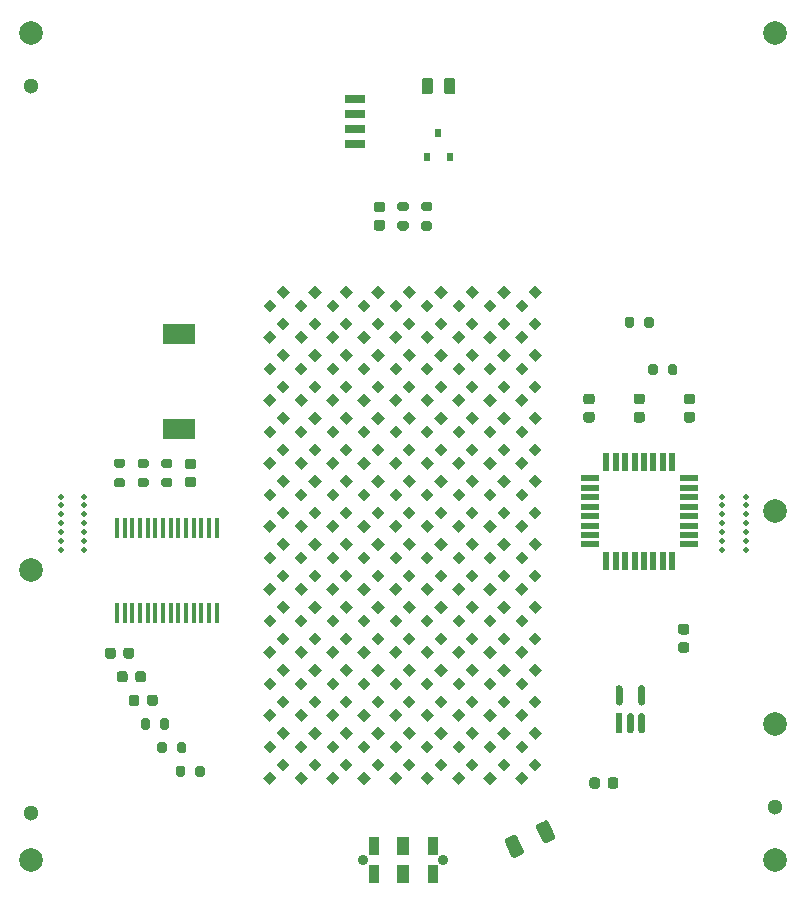
<source format=gbr>
G04 #@! TF.GenerationSoftware,KiCad,Pcbnew,(5.1.12-1-10_14)*
G04 #@! TF.CreationDate,2021-12-02T19:43:45-05:00*
G04 #@! TF.ProjectId,blinky,626c696e-6b79-42e6-9b69-6361645f7063,rev?*
G04 #@! TF.SameCoordinates,Original*
G04 #@! TF.FileFunction,Soldermask,Top*
G04 #@! TF.FilePolarity,Negative*
%FSLAX46Y46*%
G04 Gerber Fmt 4.6, Leading zero omitted, Abs format (unit mm)*
G04 Created by KiCad (PCBNEW (5.1.12-1-10_14)) date 2021-12-02 19:43:45*
%MOMM*%
%LPD*%
G01*
G04 APERTURE LIST*
%ADD10C,1.300000*%
%ADD11C,0.500000*%
%ADD12R,0.950000X1.550000*%
%ADD13R,1.000000X1.600000*%
%ADD14C,0.900000*%
%ADD15R,1.800000X0.800000*%
%ADD16C,0.100000*%
%ADD17R,1.500000X0.550000*%
%ADD18R,0.550000X1.500000*%
%ADD19C,2.000000*%
%ADD20R,0.450000X1.750000*%
%ADD21R,0.609807X1.755639*%
%ADD22R,2.692400X1.701800*%
%ADD23R,0.600000X0.700000*%
G04 APERTURE END LIST*
D10*
G04 #@! TO.C,H9*
X221500000Y-106000000D03*
G04 #@! TD*
G04 #@! TO.C,H8*
X158500000Y-106500000D03*
G04 #@! TD*
G04 #@! TO.C,H7*
X158500000Y-45000000D03*
G04 #@! TD*
D11*
G04 #@! TO.C,H6*
X219000000Y-79750000D03*
X219000000Y-83500000D03*
X219000000Y-83500000D03*
X219000000Y-81250000D03*
X219000000Y-82750000D03*
X219000000Y-82000000D03*
X219000000Y-80500000D03*
X219000000Y-84250000D03*
X217000000Y-84250000D03*
X217000000Y-80500000D03*
X217000000Y-82000000D03*
X217000000Y-82750000D03*
X217000000Y-81250000D03*
X217000000Y-83500000D03*
X217000000Y-83500000D03*
X217000000Y-79750000D03*
G04 #@! TD*
G04 #@! TO.C,H5*
X163000000Y-79750000D03*
X163000000Y-83500000D03*
X163000000Y-83500000D03*
X163000000Y-81250000D03*
X163000000Y-82750000D03*
X163000000Y-82000000D03*
X163000000Y-80500000D03*
X163000000Y-84250000D03*
X161000000Y-84250000D03*
X161000000Y-80500000D03*
X161000000Y-82000000D03*
X161000000Y-82750000D03*
X161000000Y-81250000D03*
X161000000Y-83500000D03*
X161000000Y-83500000D03*
X161000000Y-79750000D03*
G04 #@! TD*
D12*
G04 #@! TO.C,SW2*
X192500000Y-109300000D03*
D13*
X190000000Y-109300000D03*
D12*
X187500000Y-109300000D03*
X187500000Y-111700000D03*
D13*
X190000000Y-111700000D03*
D12*
X192500000Y-111700000D03*
D14*
X193400000Y-110500000D03*
X186600000Y-110500000D03*
G04 #@! TD*
D15*
G04 #@! TO.C,U3*
X185945900Y-46095000D03*
X185945900Y-47365000D03*
X185945900Y-48635000D03*
X185945900Y-49905000D03*
G04 #@! TD*
D16*
G04 #@! TO.C,D3.3*
G36*
X194705424Y-69475634D02*
G01*
X194139739Y-68909949D01*
X194705424Y-68344264D01*
X195271109Y-68909949D01*
X194705424Y-69475634D01*
G37*
G36*
X195870000Y-68329017D02*
G01*
X195304315Y-67763332D01*
X195870000Y-67197647D01*
X196435685Y-67763332D01*
X195870000Y-68329017D01*
G37*
G04 #@! TD*
G04 #@! TO.C,D9.14*
G36*
X178705424Y-98808960D02*
G01*
X178139739Y-98243275D01*
X178705424Y-97677590D01*
X179271109Y-98243275D01*
X178705424Y-98808960D01*
G37*
G36*
X179870000Y-97662343D02*
G01*
X179304315Y-97096658D01*
X179870000Y-96530973D01*
X180435685Y-97096658D01*
X179870000Y-97662343D01*
G37*
G04 #@! TD*
G04 #@! TO.C,D9.13*
G36*
X178705424Y-96142294D02*
G01*
X178139739Y-95576609D01*
X178705424Y-95010924D01*
X179271109Y-95576609D01*
X178705424Y-96142294D01*
G37*
G36*
X179870000Y-94995677D02*
G01*
X179304315Y-94429992D01*
X179870000Y-93864307D01*
X180435685Y-94429992D01*
X179870000Y-94995677D01*
G37*
G04 #@! TD*
G04 #@! TO.C,D9.12*
G36*
X178705424Y-93475628D02*
G01*
X178139739Y-92909943D01*
X178705424Y-92344258D01*
X179271109Y-92909943D01*
X178705424Y-93475628D01*
G37*
G36*
X179870000Y-92329011D02*
G01*
X179304315Y-91763326D01*
X179870000Y-91197641D01*
X180435685Y-91763326D01*
X179870000Y-92329011D01*
G37*
G04 #@! TD*
G04 #@! TO.C,D9.1*
G36*
X178705424Y-64142302D02*
G01*
X178139739Y-63576617D01*
X178705424Y-63010932D01*
X179271109Y-63576617D01*
X178705424Y-64142302D01*
G37*
G36*
X179870000Y-62995685D02*
G01*
X179304315Y-62430000D01*
X179870000Y-61864315D01*
X180435685Y-62430000D01*
X179870000Y-62995685D01*
G37*
G04 #@! TD*
G04 #@! TO.C,D9.2*
G36*
X178705424Y-66808968D02*
G01*
X178139739Y-66243283D01*
X178705424Y-65677598D01*
X179271109Y-66243283D01*
X178705424Y-66808968D01*
G37*
G36*
X179870000Y-65662351D02*
G01*
X179304315Y-65096666D01*
X179870000Y-64530981D01*
X180435685Y-65096666D01*
X179870000Y-65662351D01*
G37*
G04 #@! TD*
G04 #@! TO.C,D9.3*
G36*
X178705424Y-69475634D02*
G01*
X178139739Y-68909949D01*
X178705424Y-68344264D01*
X179271109Y-68909949D01*
X178705424Y-69475634D01*
G37*
G36*
X179870000Y-68329017D02*
G01*
X179304315Y-67763332D01*
X179870000Y-67197647D01*
X180435685Y-67763332D01*
X179870000Y-68329017D01*
G37*
G04 #@! TD*
G04 #@! TO.C,D9.4*
G36*
X178705424Y-72142300D02*
G01*
X178139739Y-71576615D01*
X178705424Y-71010930D01*
X179271109Y-71576615D01*
X178705424Y-72142300D01*
G37*
G36*
X179870000Y-70995683D02*
G01*
X179304315Y-70429998D01*
X179870000Y-69864313D01*
X180435685Y-70429998D01*
X179870000Y-70995683D01*
G37*
G04 #@! TD*
G04 #@! TO.C,D9.5*
G36*
X178705424Y-74808966D02*
G01*
X178139739Y-74243281D01*
X178705424Y-73677596D01*
X179271109Y-74243281D01*
X178705424Y-74808966D01*
G37*
G36*
X179870000Y-73662349D02*
G01*
X179304315Y-73096664D01*
X179870000Y-72530979D01*
X180435685Y-73096664D01*
X179870000Y-73662349D01*
G37*
G04 #@! TD*
G04 #@! TO.C,D9.15*
G36*
X178705424Y-101475626D02*
G01*
X178139739Y-100909941D01*
X178705424Y-100344256D01*
X179271109Y-100909941D01*
X178705424Y-101475626D01*
G37*
G36*
X179870000Y-100329009D02*
G01*
X179304315Y-99763324D01*
X179870000Y-99197639D01*
X180435685Y-99763324D01*
X179870000Y-100329009D01*
G37*
G04 #@! TD*
G04 #@! TO.C,D9.6*
G36*
X178705424Y-77475632D02*
G01*
X178139739Y-76909947D01*
X178705424Y-76344262D01*
X179271109Y-76909947D01*
X178705424Y-77475632D01*
G37*
G36*
X179870000Y-76329015D02*
G01*
X179304315Y-75763330D01*
X179870000Y-75197645D01*
X180435685Y-75763330D01*
X179870000Y-76329015D01*
G37*
G04 #@! TD*
G04 #@! TO.C,D9.7*
G36*
X178705424Y-80142298D02*
G01*
X178139739Y-79576613D01*
X178705424Y-79010928D01*
X179271109Y-79576613D01*
X178705424Y-80142298D01*
G37*
G36*
X179870000Y-78995681D02*
G01*
X179304315Y-78429996D01*
X179870000Y-77864311D01*
X180435685Y-78429996D01*
X179870000Y-78995681D01*
G37*
G04 #@! TD*
G04 #@! TO.C,D9.8*
G36*
X178705424Y-82808964D02*
G01*
X178139739Y-82243279D01*
X178705424Y-81677594D01*
X179271109Y-82243279D01*
X178705424Y-82808964D01*
G37*
G36*
X179870000Y-81662347D02*
G01*
X179304315Y-81096662D01*
X179870000Y-80530977D01*
X180435685Y-81096662D01*
X179870000Y-81662347D01*
G37*
G04 #@! TD*
G04 #@! TO.C,D9.9*
G36*
X178705424Y-85475630D02*
G01*
X178139739Y-84909945D01*
X178705424Y-84344260D01*
X179271109Y-84909945D01*
X178705424Y-85475630D01*
G37*
G36*
X179870000Y-84329013D02*
G01*
X179304315Y-83763328D01*
X179870000Y-83197643D01*
X180435685Y-83763328D01*
X179870000Y-84329013D01*
G37*
G04 #@! TD*
G04 #@! TO.C,D9.10*
G36*
X178705424Y-88142296D02*
G01*
X178139739Y-87576611D01*
X178705424Y-87010926D01*
X179271109Y-87576611D01*
X178705424Y-88142296D01*
G37*
G36*
X179870000Y-86995679D02*
G01*
X179304315Y-86429994D01*
X179870000Y-85864309D01*
X180435685Y-86429994D01*
X179870000Y-86995679D01*
G37*
G04 #@! TD*
G04 #@! TO.C,D9.11*
G36*
X178705424Y-90808962D02*
G01*
X178139739Y-90243277D01*
X178705424Y-89677592D01*
X179271109Y-90243277D01*
X178705424Y-90808962D01*
G37*
G36*
X179870000Y-89662345D02*
G01*
X179304315Y-89096660D01*
X179870000Y-88530975D01*
X180435685Y-89096660D01*
X179870000Y-89662345D01*
G37*
G04 #@! TD*
G04 #@! TO.C,D9.16*
G36*
X178705424Y-104142292D02*
G01*
X178139739Y-103576607D01*
X178705424Y-103010922D01*
X179271109Y-103576607D01*
X178705424Y-104142292D01*
G37*
G36*
X179870000Y-102995675D02*
G01*
X179304315Y-102429990D01*
X179870000Y-101864305D01*
X180435685Y-102429990D01*
X179870000Y-102995675D01*
G37*
G04 #@! TD*
G04 #@! TO.C,D8.14*
G36*
X181375424Y-98808960D02*
G01*
X180809739Y-98243275D01*
X181375424Y-97677590D01*
X181941109Y-98243275D01*
X181375424Y-98808960D01*
G37*
G36*
X182540000Y-97662343D02*
G01*
X181974315Y-97096658D01*
X182540000Y-96530973D01*
X183105685Y-97096658D01*
X182540000Y-97662343D01*
G37*
G04 #@! TD*
G04 #@! TO.C,D8.13*
G36*
X181375424Y-96142294D02*
G01*
X180809739Y-95576609D01*
X181375424Y-95010924D01*
X181941109Y-95576609D01*
X181375424Y-96142294D01*
G37*
G36*
X182540000Y-94995677D02*
G01*
X181974315Y-94429992D01*
X182540000Y-93864307D01*
X183105685Y-94429992D01*
X182540000Y-94995677D01*
G37*
G04 #@! TD*
G04 #@! TO.C,D8.12*
G36*
X181375424Y-93475628D02*
G01*
X180809739Y-92909943D01*
X181375424Y-92344258D01*
X181941109Y-92909943D01*
X181375424Y-93475628D01*
G37*
G36*
X182540000Y-92329011D02*
G01*
X181974315Y-91763326D01*
X182540000Y-91197641D01*
X183105685Y-91763326D01*
X182540000Y-92329011D01*
G37*
G04 #@! TD*
G04 #@! TO.C,D8.1*
G36*
X181375424Y-64142302D02*
G01*
X180809739Y-63576617D01*
X181375424Y-63010932D01*
X181941109Y-63576617D01*
X181375424Y-64142302D01*
G37*
G36*
X182540000Y-62995685D02*
G01*
X181974315Y-62430000D01*
X182540000Y-61864315D01*
X183105685Y-62430000D01*
X182540000Y-62995685D01*
G37*
G04 #@! TD*
G04 #@! TO.C,D8.2*
G36*
X181375424Y-66808968D02*
G01*
X180809739Y-66243283D01*
X181375424Y-65677598D01*
X181941109Y-66243283D01*
X181375424Y-66808968D01*
G37*
G36*
X182540000Y-65662351D02*
G01*
X181974315Y-65096666D01*
X182540000Y-64530981D01*
X183105685Y-65096666D01*
X182540000Y-65662351D01*
G37*
G04 #@! TD*
G04 #@! TO.C,D8.3*
G36*
X181375424Y-69475634D02*
G01*
X180809739Y-68909949D01*
X181375424Y-68344264D01*
X181941109Y-68909949D01*
X181375424Y-69475634D01*
G37*
G36*
X182540000Y-68329017D02*
G01*
X181974315Y-67763332D01*
X182540000Y-67197647D01*
X183105685Y-67763332D01*
X182540000Y-68329017D01*
G37*
G04 #@! TD*
G04 #@! TO.C,D8.4*
G36*
X181375424Y-72142300D02*
G01*
X180809739Y-71576615D01*
X181375424Y-71010930D01*
X181941109Y-71576615D01*
X181375424Y-72142300D01*
G37*
G36*
X182540000Y-70995683D02*
G01*
X181974315Y-70429998D01*
X182540000Y-69864313D01*
X183105685Y-70429998D01*
X182540000Y-70995683D01*
G37*
G04 #@! TD*
G04 #@! TO.C,D8.5*
G36*
X181375424Y-74808966D02*
G01*
X180809739Y-74243281D01*
X181375424Y-73677596D01*
X181941109Y-74243281D01*
X181375424Y-74808966D01*
G37*
G36*
X182540000Y-73662349D02*
G01*
X181974315Y-73096664D01*
X182540000Y-72530979D01*
X183105685Y-73096664D01*
X182540000Y-73662349D01*
G37*
G04 #@! TD*
G04 #@! TO.C,D8.15*
G36*
X181375424Y-101475626D02*
G01*
X180809739Y-100909941D01*
X181375424Y-100344256D01*
X181941109Y-100909941D01*
X181375424Y-101475626D01*
G37*
G36*
X182540000Y-100329009D02*
G01*
X181974315Y-99763324D01*
X182540000Y-99197639D01*
X183105685Y-99763324D01*
X182540000Y-100329009D01*
G37*
G04 #@! TD*
G04 #@! TO.C,D8.6*
G36*
X181375424Y-77475632D02*
G01*
X180809739Y-76909947D01*
X181375424Y-76344262D01*
X181941109Y-76909947D01*
X181375424Y-77475632D01*
G37*
G36*
X182540000Y-76329015D02*
G01*
X181974315Y-75763330D01*
X182540000Y-75197645D01*
X183105685Y-75763330D01*
X182540000Y-76329015D01*
G37*
G04 #@! TD*
G04 #@! TO.C,D8.7*
G36*
X181375424Y-80142298D02*
G01*
X180809739Y-79576613D01*
X181375424Y-79010928D01*
X181941109Y-79576613D01*
X181375424Y-80142298D01*
G37*
G36*
X182540000Y-78995681D02*
G01*
X181974315Y-78429996D01*
X182540000Y-77864311D01*
X183105685Y-78429996D01*
X182540000Y-78995681D01*
G37*
G04 #@! TD*
G04 #@! TO.C,D8.8*
G36*
X181375424Y-82808964D02*
G01*
X180809739Y-82243279D01*
X181375424Y-81677594D01*
X181941109Y-82243279D01*
X181375424Y-82808964D01*
G37*
G36*
X182540000Y-81662347D02*
G01*
X181974315Y-81096662D01*
X182540000Y-80530977D01*
X183105685Y-81096662D01*
X182540000Y-81662347D01*
G37*
G04 #@! TD*
G04 #@! TO.C,D8.9*
G36*
X181375424Y-85475630D02*
G01*
X180809739Y-84909945D01*
X181375424Y-84344260D01*
X181941109Y-84909945D01*
X181375424Y-85475630D01*
G37*
G36*
X182540000Y-84329013D02*
G01*
X181974315Y-83763328D01*
X182540000Y-83197643D01*
X183105685Y-83763328D01*
X182540000Y-84329013D01*
G37*
G04 #@! TD*
G04 #@! TO.C,D8.10*
G36*
X181375424Y-88142296D02*
G01*
X180809739Y-87576611D01*
X181375424Y-87010926D01*
X181941109Y-87576611D01*
X181375424Y-88142296D01*
G37*
G36*
X182540000Y-86995679D02*
G01*
X181974315Y-86429994D01*
X182540000Y-85864309D01*
X183105685Y-86429994D01*
X182540000Y-86995679D01*
G37*
G04 #@! TD*
G04 #@! TO.C,D8.11*
G36*
X181375424Y-90808962D02*
G01*
X180809739Y-90243277D01*
X181375424Y-89677592D01*
X181941109Y-90243277D01*
X181375424Y-90808962D01*
G37*
G36*
X182540000Y-89662345D02*
G01*
X181974315Y-89096660D01*
X182540000Y-88530975D01*
X183105685Y-89096660D01*
X182540000Y-89662345D01*
G37*
G04 #@! TD*
G04 #@! TO.C,D8.16*
G36*
X181375424Y-104142292D02*
G01*
X180809739Y-103576607D01*
X181375424Y-103010922D01*
X181941109Y-103576607D01*
X181375424Y-104142292D01*
G37*
G36*
X182540000Y-102995675D02*
G01*
X181974315Y-102429990D01*
X182540000Y-101864305D01*
X183105685Y-102429990D01*
X182540000Y-102995675D01*
G37*
G04 #@! TD*
G04 #@! TO.C,D7.14*
G36*
X184045424Y-98808960D02*
G01*
X183479739Y-98243275D01*
X184045424Y-97677590D01*
X184611109Y-98243275D01*
X184045424Y-98808960D01*
G37*
G36*
X185210000Y-97662343D02*
G01*
X184644315Y-97096658D01*
X185210000Y-96530973D01*
X185775685Y-97096658D01*
X185210000Y-97662343D01*
G37*
G04 #@! TD*
G04 #@! TO.C,D7.13*
G36*
X184045424Y-96142294D02*
G01*
X183479739Y-95576609D01*
X184045424Y-95010924D01*
X184611109Y-95576609D01*
X184045424Y-96142294D01*
G37*
G36*
X185210000Y-94995677D02*
G01*
X184644315Y-94429992D01*
X185210000Y-93864307D01*
X185775685Y-94429992D01*
X185210000Y-94995677D01*
G37*
G04 #@! TD*
G04 #@! TO.C,D7.12*
G36*
X184045424Y-93475628D02*
G01*
X183479739Y-92909943D01*
X184045424Y-92344258D01*
X184611109Y-92909943D01*
X184045424Y-93475628D01*
G37*
G36*
X185210000Y-92329011D02*
G01*
X184644315Y-91763326D01*
X185210000Y-91197641D01*
X185775685Y-91763326D01*
X185210000Y-92329011D01*
G37*
G04 #@! TD*
G04 #@! TO.C,D7.1*
G36*
X184045424Y-64142302D02*
G01*
X183479739Y-63576617D01*
X184045424Y-63010932D01*
X184611109Y-63576617D01*
X184045424Y-64142302D01*
G37*
G36*
X185210000Y-62995685D02*
G01*
X184644315Y-62430000D01*
X185210000Y-61864315D01*
X185775685Y-62430000D01*
X185210000Y-62995685D01*
G37*
G04 #@! TD*
G04 #@! TO.C,D7.2*
G36*
X184045424Y-66808968D02*
G01*
X183479739Y-66243283D01*
X184045424Y-65677598D01*
X184611109Y-66243283D01*
X184045424Y-66808968D01*
G37*
G36*
X185210000Y-65662351D02*
G01*
X184644315Y-65096666D01*
X185210000Y-64530981D01*
X185775685Y-65096666D01*
X185210000Y-65662351D01*
G37*
G04 #@! TD*
G04 #@! TO.C,D7.3*
G36*
X184045424Y-69475634D02*
G01*
X183479739Y-68909949D01*
X184045424Y-68344264D01*
X184611109Y-68909949D01*
X184045424Y-69475634D01*
G37*
G36*
X185210000Y-68329017D02*
G01*
X184644315Y-67763332D01*
X185210000Y-67197647D01*
X185775685Y-67763332D01*
X185210000Y-68329017D01*
G37*
G04 #@! TD*
G04 #@! TO.C,D7.4*
G36*
X184045424Y-72142300D02*
G01*
X183479739Y-71576615D01*
X184045424Y-71010930D01*
X184611109Y-71576615D01*
X184045424Y-72142300D01*
G37*
G36*
X185210000Y-70995683D02*
G01*
X184644315Y-70429998D01*
X185210000Y-69864313D01*
X185775685Y-70429998D01*
X185210000Y-70995683D01*
G37*
G04 #@! TD*
G04 #@! TO.C,D7.5*
G36*
X184045424Y-74808966D02*
G01*
X183479739Y-74243281D01*
X184045424Y-73677596D01*
X184611109Y-74243281D01*
X184045424Y-74808966D01*
G37*
G36*
X185210000Y-73662349D02*
G01*
X184644315Y-73096664D01*
X185210000Y-72530979D01*
X185775685Y-73096664D01*
X185210000Y-73662349D01*
G37*
G04 #@! TD*
G04 #@! TO.C,D7.15*
G36*
X184045424Y-101475626D02*
G01*
X183479739Y-100909941D01*
X184045424Y-100344256D01*
X184611109Y-100909941D01*
X184045424Y-101475626D01*
G37*
G36*
X185210000Y-100329009D02*
G01*
X184644315Y-99763324D01*
X185210000Y-99197639D01*
X185775685Y-99763324D01*
X185210000Y-100329009D01*
G37*
G04 #@! TD*
G04 #@! TO.C,D7.6*
G36*
X184045424Y-77475632D02*
G01*
X183479739Y-76909947D01*
X184045424Y-76344262D01*
X184611109Y-76909947D01*
X184045424Y-77475632D01*
G37*
G36*
X185210000Y-76329015D02*
G01*
X184644315Y-75763330D01*
X185210000Y-75197645D01*
X185775685Y-75763330D01*
X185210000Y-76329015D01*
G37*
G04 #@! TD*
G04 #@! TO.C,D7.7*
G36*
X184045424Y-80142298D02*
G01*
X183479739Y-79576613D01*
X184045424Y-79010928D01*
X184611109Y-79576613D01*
X184045424Y-80142298D01*
G37*
G36*
X185210000Y-78995681D02*
G01*
X184644315Y-78429996D01*
X185210000Y-77864311D01*
X185775685Y-78429996D01*
X185210000Y-78995681D01*
G37*
G04 #@! TD*
G04 #@! TO.C,D7.8*
G36*
X184045424Y-82808964D02*
G01*
X183479739Y-82243279D01*
X184045424Y-81677594D01*
X184611109Y-82243279D01*
X184045424Y-82808964D01*
G37*
G36*
X185210000Y-81662347D02*
G01*
X184644315Y-81096662D01*
X185210000Y-80530977D01*
X185775685Y-81096662D01*
X185210000Y-81662347D01*
G37*
G04 #@! TD*
G04 #@! TO.C,D7.9*
G36*
X184045424Y-85475630D02*
G01*
X183479739Y-84909945D01*
X184045424Y-84344260D01*
X184611109Y-84909945D01*
X184045424Y-85475630D01*
G37*
G36*
X185210000Y-84329013D02*
G01*
X184644315Y-83763328D01*
X185210000Y-83197643D01*
X185775685Y-83763328D01*
X185210000Y-84329013D01*
G37*
G04 #@! TD*
G04 #@! TO.C,D7.10*
G36*
X184045424Y-88142296D02*
G01*
X183479739Y-87576611D01*
X184045424Y-87010926D01*
X184611109Y-87576611D01*
X184045424Y-88142296D01*
G37*
G36*
X185210000Y-86995679D02*
G01*
X184644315Y-86429994D01*
X185210000Y-85864309D01*
X185775685Y-86429994D01*
X185210000Y-86995679D01*
G37*
G04 #@! TD*
G04 #@! TO.C,D7.11*
G36*
X184045424Y-90808962D02*
G01*
X183479739Y-90243277D01*
X184045424Y-89677592D01*
X184611109Y-90243277D01*
X184045424Y-90808962D01*
G37*
G36*
X185210000Y-89662345D02*
G01*
X184644315Y-89096660D01*
X185210000Y-88530975D01*
X185775685Y-89096660D01*
X185210000Y-89662345D01*
G37*
G04 #@! TD*
G04 #@! TO.C,D7.16*
G36*
X184045424Y-104142292D02*
G01*
X183479739Y-103576607D01*
X184045424Y-103010922D01*
X184611109Y-103576607D01*
X184045424Y-104142292D01*
G37*
G36*
X185210000Y-102995675D02*
G01*
X184644315Y-102429990D01*
X185210000Y-101864305D01*
X185775685Y-102429990D01*
X185210000Y-102995675D01*
G37*
G04 #@! TD*
G04 #@! TO.C,D6.14*
G36*
X186705424Y-98808960D02*
G01*
X186139739Y-98243275D01*
X186705424Y-97677590D01*
X187271109Y-98243275D01*
X186705424Y-98808960D01*
G37*
G36*
X187870000Y-97662343D02*
G01*
X187304315Y-97096658D01*
X187870000Y-96530973D01*
X188435685Y-97096658D01*
X187870000Y-97662343D01*
G37*
G04 #@! TD*
G04 #@! TO.C,D6.13*
G36*
X186705424Y-96142294D02*
G01*
X186139739Y-95576609D01*
X186705424Y-95010924D01*
X187271109Y-95576609D01*
X186705424Y-96142294D01*
G37*
G36*
X187870000Y-94995677D02*
G01*
X187304315Y-94429992D01*
X187870000Y-93864307D01*
X188435685Y-94429992D01*
X187870000Y-94995677D01*
G37*
G04 #@! TD*
G04 #@! TO.C,D6.12*
G36*
X186705424Y-93475628D02*
G01*
X186139739Y-92909943D01*
X186705424Y-92344258D01*
X187271109Y-92909943D01*
X186705424Y-93475628D01*
G37*
G36*
X187870000Y-92329011D02*
G01*
X187304315Y-91763326D01*
X187870000Y-91197641D01*
X188435685Y-91763326D01*
X187870000Y-92329011D01*
G37*
G04 #@! TD*
G04 #@! TO.C,D6.1*
G36*
X186705424Y-64142302D02*
G01*
X186139739Y-63576617D01*
X186705424Y-63010932D01*
X187271109Y-63576617D01*
X186705424Y-64142302D01*
G37*
G36*
X187870000Y-62995685D02*
G01*
X187304315Y-62430000D01*
X187870000Y-61864315D01*
X188435685Y-62430000D01*
X187870000Y-62995685D01*
G37*
G04 #@! TD*
G04 #@! TO.C,D6.2*
G36*
X186705424Y-66808968D02*
G01*
X186139739Y-66243283D01*
X186705424Y-65677598D01*
X187271109Y-66243283D01*
X186705424Y-66808968D01*
G37*
G36*
X187870000Y-65662351D02*
G01*
X187304315Y-65096666D01*
X187870000Y-64530981D01*
X188435685Y-65096666D01*
X187870000Y-65662351D01*
G37*
G04 #@! TD*
G04 #@! TO.C,D6.3*
G36*
X186705424Y-69475634D02*
G01*
X186139739Y-68909949D01*
X186705424Y-68344264D01*
X187271109Y-68909949D01*
X186705424Y-69475634D01*
G37*
G36*
X187870000Y-68329017D02*
G01*
X187304315Y-67763332D01*
X187870000Y-67197647D01*
X188435685Y-67763332D01*
X187870000Y-68329017D01*
G37*
G04 #@! TD*
G04 #@! TO.C,D6.4*
G36*
X186705424Y-72142300D02*
G01*
X186139739Y-71576615D01*
X186705424Y-71010930D01*
X187271109Y-71576615D01*
X186705424Y-72142300D01*
G37*
G36*
X187870000Y-70995683D02*
G01*
X187304315Y-70429998D01*
X187870000Y-69864313D01*
X188435685Y-70429998D01*
X187870000Y-70995683D01*
G37*
G04 #@! TD*
G04 #@! TO.C,D6.5*
G36*
X186705424Y-74808966D02*
G01*
X186139739Y-74243281D01*
X186705424Y-73677596D01*
X187271109Y-74243281D01*
X186705424Y-74808966D01*
G37*
G36*
X187870000Y-73662349D02*
G01*
X187304315Y-73096664D01*
X187870000Y-72530979D01*
X188435685Y-73096664D01*
X187870000Y-73662349D01*
G37*
G04 #@! TD*
G04 #@! TO.C,D6.15*
G36*
X186705424Y-101475626D02*
G01*
X186139739Y-100909941D01*
X186705424Y-100344256D01*
X187271109Y-100909941D01*
X186705424Y-101475626D01*
G37*
G36*
X187870000Y-100329009D02*
G01*
X187304315Y-99763324D01*
X187870000Y-99197639D01*
X188435685Y-99763324D01*
X187870000Y-100329009D01*
G37*
G04 #@! TD*
G04 #@! TO.C,D6.6*
G36*
X186705424Y-77475632D02*
G01*
X186139739Y-76909947D01*
X186705424Y-76344262D01*
X187271109Y-76909947D01*
X186705424Y-77475632D01*
G37*
G36*
X187870000Y-76329015D02*
G01*
X187304315Y-75763330D01*
X187870000Y-75197645D01*
X188435685Y-75763330D01*
X187870000Y-76329015D01*
G37*
G04 #@! TD*
G04 #@! TO.C,D6.7*
G36*
X186705424Y-80142298D02*
G01*
X186139739Y-79576613D01*
X186705424Y-79010928D01*
X187271109Y-79576613D01*
X186705424Y-80142298D01*
G37*
G36*
X187870000Y-78995681D02*
G01*
X187304315Y-78429996D01*
X187870000Y-77864311D01*
X188435685Y-78429996D01*
X187870000Y-78995681D01*
G37*
G04 #@! TD*
G04 #@! TO.C,D6.8*
G36*
X186705424Y-82808964D02*
G01*
X186139739Y-82243279D01*
X186705424Y-81677594D01*
X187271109Y-82243279D01*
X186705424Y-82808964D01*
G37*
G36*
X187870000Y-81662347D02*
G01*
X187304315Y-81096662D01*
X187870000Y-80530977D01*
X188435685Y-81096662D01*
X187870000Y-81662347D01*
G37*
G04 #@! TD*
G04 #@! TO.C,D6.9*
G36*
X186705424Y-85475630D02*
G01*
X186139739Y-84909945D01*
X186705424Y-84344260D01*
X187271109Y-84909945D01*
X186705424Y-85475630D01*
G37*
G36*
X187870000Y-84329013D02*
G01*
X187304315Y-83763328D01*
X187870000Y-83197643D01*
X188435685Y-83763328D01*
X187870000Y-84329013D01*
G37*
G04 #@! TD*
G04 #@! TO.C,D6.10*
G36*
X186705424Y-88142296D02*
G01*
X186139739Y-87576611D01*
X186705424Y-87010926D01*
X187271109Y-87576611D01*
X186705424Y-88142296D01*
G37*
G36*
X187870000Y-86995679D02*
G01*
X187304315Y-86429994D01*
X187870000Y-85864309D01*
X188435685Y-86429994D01*
X187870000Y-86995679D01*
G37*
G04 #@! TD*
G04 #@! TO.C,D6.11*
G36*
X186705424Y-90808962D02*
G01*
X186139739Y-90243277D01*
X186705424Y-89677592D01*
X187271109Y-90243277D01*
X186705424Y-90808962D01*
G37*
G36*
X187870000Y-89662345D02*
G01*
X187304315Y-89096660D01*
X187870000Y-88530975D01*
X188435685Y-89096660D01*
X187870000Y-89662345D01*
G37*
G04 #@! TD*
G04 #@! TO.C,D6.16*
G36*
X186705424Y-104142292D02*
G01*
X186139739Y-103576607D01*
X186705424Y-103010922D01*
X187271109Y-103576607D01*
X186705424Y-104142292D01*
G37*
G36*
X187870000Y-102995675D02*
G01*
X187304315Y-102429990D01*
X187870000Y-101864305D01*
X188435685Y-102429990D01*
X187870000Y-102995675D01*
G37*
G04 #@! TD*
G04 #@! TO.C,D5.14*
G36*
X189375424Y-98808960D02*
G01*
X188809739Y-98243275D01*
X189375424Y-97677590D01*
X189941109Y-98243275D01*
X189375424Y-98808960D01*
G37*
G36*
X190540000Y-97662343D02*
G01*
X189974315Y-97096658D01*
X190540000Y-96530973D01*
X191105685Y-97096658D01*
X190540000Y-97662343D01*
G37*
G04 #@! TD*
G04 #@! TO.C,D5.13*
G36*
X189375424Y-96142294D02*
G01*
X188809739Y-95576609D01*
X189375424Y-95010924D01*
X189941109Y-95576609D01*
X189375424Y-96142294D01*
G37*
G36*
X190540000Y-94995677D02*
G01*
X189974315Y-94429992D01*
X190540000Y-93864307D01*
X191105685Y-94429992D01*
X190540000Y-94995677D01*
G37*
G04 #@! TD*
G04 #@! TO.C,D5.12*
G36*
X189375424Y-93475628D02*
G01*
X188809739Y-92909943D01*
X189375424Y-92344258D01*
X189941109Y-92909943D01*
X189375424Y-93475628D01*
G37*
G36*
X190540000Y-92329011D02*
G01*
X189974315Y-91763326D01*
X190540000Y-91197641D01*
X191105685Y-91763326D01*
X190540000Y-92329011D01*
G37*
G04 #@! TD*
G04 #@! TO.C,D5.1*
G36*
X189375424Y-64142302D02*
G01*
X188809739Y-63576617D01*
X189375424Y-63010932D01*
X189941109Y-63576617D01*
X189375424Y-64142302D01*
G37*
G36*
X190540000Y-62995685D02*
G01*
X189974315Y-62430000D01*
X190540000Y-61864315D01*
X191105685Y-62430000D01*
X190540000Y-62995685D01*
G37*
G04 #@! TD*
G04 #@! TO.C,D5.2*
G36*
X189375424Y-66808968D02*
G01*
X188809739Y-66243283D01*
X189375424Y-65677598D01*
X189941109Y-66243283D01*
X189375424Y-66808968D01*
G37*
G36*
X190540000Y-65662351D02*
G01*
X189974315Y-65096666D01*
X190540000Y-64530981D01*
X191105685Y-65096666D01*
X190540000Y-65662351D01*
G37*
G04 #@! TD*
G04 #@! TO.C,D5.3*
G36*
X189375424Y-69475634D02*
G01*
X188809739Y-68909949D01*
X189375424Y-68344264D01*
X189941109Y-68909949D01*
X189375424Y-69475634D01*
G37*
G36*
X190540000Y-68329017D02*
G01*
X189974315Y-67763332D01*
X190540000Y-67197647D01*
X191105685Y-67763332D01*
X190540000Y-68329017D01*
G37*
G04 #@! TD*
G04 #@! TO.C,D5.4*
G36*
X189375424Y-72142300D02*
G01*
X188809739Y-71576615D01*
X189375424Y-71010930D01*
X189941109Y-71576615D01*
X189375424Y-72142300D01*
G37*
G36*
X190540000Y-70995683D02*
G01*
X189974315Y-70429998D01*
X190540000Y-69864313D01*
X191105685Y-70429998D01*
X190540000Y-70995683D01*
G37*
G04 #@! TD*
G04 #@! TO.C,D5.5*
G36*
X189375424Y-74808966D02*
G01*
X188809739Y-74243281D01*
X189375424Y-73677596D01*
X189941109Y-74243281D01*
X189375424Y-74808966D01*
G37*
G36*
X190540000Y-73662349D02*
G01*
X189974315Y-73096664D01*
X190540000Y-72530979D01*
X191105685Y-73096664D01*
X190540000Y-73662349D01*
G37*
G04 #@! TD*
G04 #@! TO.C,D5.15*
G36*
X189375424Y-101475626D02*
G01*
X188809739Y-100909941D01*
X189375424Y-100344256D01*
X189941109Y-100909941D01*
X189375424Y-101475626D01*
G37*
G36*
X190540000Y-100329009D02*
G01*
X189974315Y-99763324D01*
X190540000Y-99197639D01*
X191105685Y-99763324D01*
X190540000Y-100329009D01*
G37*
G04 #@! TD*
G04 #@! TO.C,D5.6*
G36*
X189375424Y-77475632D02*
G01*
X188809739Y-76909947D01*
X189375424Y-76344262D01*
X189941109Y-76909947D01*
X189375424Y-77475632D01*
G37*
G36*
X190540000Y-76329015D02*
G01*
X189974315Y-75763330D01*
X190540000Y-75197645D01*
X191105685Y-75763330D01*
X190540000Y-76329015D01*
G37*
G04 #@! TD*
G04 #@! TO.C,D5.7*
G36*
X189375424Y-80142298D02*
G01*
X188809739Y-79576613D01*
X189375424Y-79010928D01*
X189941109Y-79576613D01*
X189375424Y-80142298D01*
G37*
G36*
X190540000Y-78995681D02*
G01*
X189974315Y-78429996D01*
X190540000Y-77864311D01*
X191105685Y-78429996D01*
X190540000Y-78995681D01*
G37*
G04 #@! TD*
G04 #@! TO.C,D5.8*
G36*
X189375424Y-82808964D02*
G01*
X188809739Y-82243279D01*
X189375424Y-81677594D01*
X189941109Y-82243279D01*
X189375424Y-82808964D01*
G37*
G36*
X190540000Y-81662347D02*
G01*
X189974315Y-81096662D01*
X190540000Y-80530977D01*
X191105685Y-81096662D01*
X190540000Y-81662347D01*
G37*
G04 #@! TD*
G04 #@! TO.C,D5.9*
G36*
X189375424Y-85475630D02*
G01*
X188809739Y-84909945D01*
X189375424Y-84344260D01*
X189941109Y-84909945D01*
X189375424Y-85475630D01*
G37*
G36*
X190540000Y-84329013D02*
G01*
X189974315Y-83763328D01*
X190540000Y-83197643D01*
X191105685Y-83763328D01*
X190540000Y-84329013D01*
G37*
G04 #@! TD*
G04 #@! TO.C,D5.10*
G36*
X189375424Y-88142296D02*
G01*
X188809739Y-87576611D01*
X189375424Y-87010926D01*
X189941109Y-87576611D01*
X189375424Y-88142296D01*
G37*
G36*
X190540000Y-86995679D02*
G01*
X189974315Y-86429994D01*
X190540000Y-85864309D01*
X191105685Y-86429994D01*
X190540000Y-86995679D01*
G37*
G04 #@! TD*
G04 #@! TO.C,D5.11*
G36*
X189375424Y-90808962D02*
G01*
X188809739Y-90243277D01*
X189375424Y-89677592D01*
X189941109Y-90243277D01*
X189375424Y-90808962D01*
G37*
G36*
X190540000Y-89662345D02*
G01*
X189974315Y-89096660D01*
X190540000Y-88530975D01*
X191105685Y-89096660D01*
X190540000Y-89662345D01*
G37*
G04 #@! TD*
G04 #@! TO.C,D5.16*
G36*
X189375424Y-104142292D02*
G01*
X188809739Y-103576607D01*
X189375424Y-103010922D01*
X189941109Y-103576607D01*
X189375424Y-104142292D01*
G37*
G36*
X190540000Y-102995675D02*
G01*
X189974315Y-102429990D01*
X190540000Y-101864305D01*
X191105685Y-102429990D01*
X190540000Y-102995675D01*
G37*
G04 #@! TD*
G04 #@! TO.C,D4.14*
G36*
X192045424Y-98808960D02*
G01*
X191479739Y-98243275D01*
X192045424Y-97677590D01*
X192611109Y-98243275D01*
X192045424Y-98808960D01*
G37*
G36*
X193210000Y-97662343D02*
G01*
X192644315Y-97096658D01*
X193210000Y-96530973D01*
X193775685Y-97096658D01*
X193210000Y-97662343D01*
G37*
G04 #@! TD*
G04 #@! TO.C,D4.13*
G36*
X192045424Y-96142294D02*
G01*
X191479739Y-95576609D01*
X192045424Y-95010924D01*
X192611109Y-95576609D01*
X192045424Y-96142294D01*
G37*
G36*
X193210000Y-94995677D02*
G01*
X192644315Y-94429992D01*
X193210000Y-93864307D01*
X193775685Y-94429992D01*
X193210000Y-94995677D01*
G37*
G04 #@! TD*
G04 #@! TO.C,D4.12*
G36*
X192045424Y-93475628D02*
G01*
X191479739Y-92909943D01*
X192045424Y-92344258D01*
X192611109Y-92909943D01*
X192045424Y-93475628D01*
G37*
G36*
X193210000Y-92329011D02*
G01*
X192644315Y-91763326D01*
X193210000Y-91197641D01*
X193775685Y-91763326D01*
X193210000Y-92329011D01*
G37*
G04 #@! TD*
G04 #@! TO.C,D4.1*
G36*
X192045424Y-64142302D02*
G01*
X191479739Y-63576617D01*
X192045424Y-63010932D01*
X192611109Y-63576617D01*
X192045424Y-64142302D01*
G37*
G36*
X193210000Y-62995685D02*
G01*
X192644315Y-62430000D01*
X193210000Y-61864315D01*
X193775685Y-62430000D01*
X193210000Y-62995685D01*
G37*
G04 #@! TD*
G04 #@! TO.C,D4.2*
G36*
X192045424Y-66808968D02*
G01*
X191479739Y-66243283D01*
X192045424Y-65677598D01*
X192611109Y-66243283D01*
X192045424Y-66808968D01*
G37*
G36*
X193210000Y-65662351D02*
G01*
X192644315Y-65096666D01*
X193210000Y-64530981D01*
X193775685Y-65096666D01*
X193210000Y-65662351D01*
G37*
G04 #@! TD*
G04 #@! TO.C,D4.3*
G36*
X192045424Y-69475634D02*
G01*
X191479739Y-68909949D01*
X192045424Y-68344264D01*
X192611109Y-68909949D01*
X192045424Y-69475634D01*
G37*
G36*
X193210000Y-68329017D02*
G01*
X192644315Y-67763332D01*
X193210000Y-67197647D01*
X193775685Y-67763332D01*
X193210000Y-68329017D01*
G37*
G04 #@! TD*
G04 #@! TO.C,D4.4*
G36*
X192045424Y-72142300D02*
G01*
X191479739Y-71576615D01*
X192045424Y-71010930D01*
X192611109Y-71576615D01*
X192045424Y-72142300D01*
G37*
G36*
X193210000Y-70995683D02*
G01*
X192644315Y-70429998D01*
X193210000Y-69864313D01*
X193775685Y-70429998D01*
X193210000Y-70995683D01*
G37*
G04 #@! TD*
G04 #@! TO.C,D4.5*
G36*
X192045424Y-74808966D02*
G01*
X191479739Y-74243281D01*
X192045424Y-73677596D01*
X192611109Y-74243281D01*
X192045424Y-74808966D01*
G37*
G36*
X193210000Y-73662349D02*
G01*
X192644315Y-73096664D01*
X193210000Y-72530979D01*
X193775685Y-73096664D01*
X193210000Y-73662349D01*
G37*
G04 #@! TD*
G04 #@! TO.C,D4.15*
G36*
X192045424Y-101475626D02*
G01*
X191479739Y-100909941D01*
X192045424Y-100344256D01*
X192611109Y-100909941D01*
X192045424Y-101475626D01*
G37*
G36*
X193210000Y-100329009D02*
G01*
X192644315Y-99763324D01*
X193210000Y-99197639D01*
X193775685Y-99763324D01*
X193210000Y-100329009D01*
G37*
G04 #@! TD*
G04 #@! TO.C,D4.6*
G36*
X192045424Y-77475632D02*
G01*
X191479739Y-76909947D01*
X192045424Y-76344262D01*
X192611109Y-76909947D01*
X192045424Y-77475632D01*
G37*
G36*
X193210000Y-76329015D02*
G01*
X192644315Y-75763330D01*
X193210000Y-75197645D01*
X193775685Y-75763330D01*
X193210000Y-76329015D01*
G37*
G04 #@! TD*
G04 #@! TO.C,D4.7*
G36*
X192045424Y-80142298D02*
G01*
X191479739Y-79576613D01*
X192045424Y-79010928D01*
X192611109Y-79576613D01*
X192045424Y-80142298D01*
G37*
G36*
X193210000Y-78995681D02*
G01*
X192644315Y-78429996D01*
X193210000Y-77864311D01*
X193775685Y-78429996D01*
X193210000Y-78995681D01*
G37*
G04 #@! TD*
G04 #@! TO.C,D4.8*
G36*
X192045424Y-82808964D02*
G01*
X191479739Y-82243279D01*
X192045424Y-81677594D01*
X192611109Y-82243279D01*
X192045424Y-82808964D01*
G37*
G36*
X193210000Y-81662347D02*
G01*
X192644315Y-81096662D01*
X193210000Y-80530977D01*
X193775685Y-81096662D01*
X193210000Y-81662347D01*
G37*
G04 #@! TD*
G04 #@! TO.C,D4.9*
G36*
X192045424Y-85475630D02*
G01*
X191479739Y-84909945D01*
X192045424Y-84344260D01*
X192611109Y-84909945D01*
X192045424Y-85475630D01*
G37*
G36*
X193210000Y-84329013D02*
G01*
X192644315Y-83763328D01*
X193210000Y-83197643D01*
X193775685Y-83763328D01*
X193210000Y-84329013D01*
G37*
G04 #@! TD*
G04 #@! TO.C,D4.10*
G36*
X192045424Y-88142296D02*
G01*
X191479739Y-87576611D01*
X192045424Y-87010926D01*
X192611109Y-87576611D01*
X192045424Y-88142296D01*
G37*
G36*
X193210000Y-86995679D02*
G01*
X192644315Y-86429994D01*
X193210000Y-85864309D01*
X193775685Y-86429994D01*
X193210000Y-86995679D01*
G37*
G04 #@! TD*
G04 #@! TO.C,D4.11*
G36*
X192045424Y-90808962D02*
G01*
X191479739Y-90243277D01*
X192045424Y-89677592D01*
X192611109Y-90243277D01*
X192045424Y-90808962D01*
G37*
G36*
X193210000Y-89662345D02*
G01*
X192644315Y-89096660D01*
X193210000Y-88530975D01*
X193775685Y-89096660D01*
X193210000Y-89662345D01*
G37*
G04 #@! TD*
G04 #@! TO.C,D4.16*
G36*
X192045424Y-104142292D02*
G01*
X191479739Y-103576607D01*
X192045424Y-103010922D01*
X192611109Y-103576607D01*
X192045424Y-104142292D01*
G37*
G36*
X193210000Y-102995675D02*
G01*
X192644315Y-102429990D01*
X193210000Y-101864305D01*
X193775685Y-102429990D01*
X193210000Y-102995675D01*
G37*
G04 #@! TD*
G04 #@! TO.C,D3.14*
G36*
X194705424Y-98808960D02*
G01*
X194139739Y-98243275D01*
X194705424Y-97677590D01*
X195271109Y-98243275D01*
X194705424Y-98808960D01*
G37*
G36*
X195870000Y-97662343D02*
G01*
X195304315Y-97096658D01*
X195870000Y-96530973D01*
X196435685Y-97096658D01*
X195870000Y-97662343D01*
G37*
G04 #@! TD*
G04 #@! TO.C,D3.13*
G36*
X194705424Y-96142294D02*
G01*
X194139739Y-95576609D01*
X194705424Y-95010924D01*
X195271109Y-95576609D01*
X194705424Y-96142294D01*
G37*
G36*
X195870000Y-94995677D02*
G01*
X195304315Y-94429992D01*
X195870000Y-93864307D01*
X196435685Y-94429992D01*
X195870000Y-94995677D01*
G37*
G04 #@! TD*
G04 #@! TO.C,D3.12*
G36*
X194705424Y-93475628D02*
G01*
X194139739Y-92909943D01*
X194705424Y-92344258D01*
X195271109Y-92909943D01*
X194705424Y-93475628D01*
G37*
G36*
X195870000Y-92329011D02*
G01*
X195304315Y-91763326D01*
X195870000Y-91197641D01*
X196435685Y-91763326D01*
X195870000Y-92329011D01*
G37*
G04 #@! TD*
G04 #@! TO.C,D3.1*
G36*
X194705424Y-64142302D02*
G01*
X194139739Y-63576617D01*
X194705424Y-63010932D01*
X195271109Y-63576617D01*
X194705424Y-64142302D01*
G37*
G36*
X195870000Y-62995685D02*
G01*
X195304315Y-62430000D01*
X195870000Y-61864315D01*
X196435685Y-62430000D01*
X195870000Y-62995685D01*
G37*
G04 #@! TD*
G04 #@! TO.C,D3.2*
G36*
X194705424Y-66808968D02*
G01*
X194139739Y-66243283D01*
X194705424Y-65677598D01*
X195271109Y-66243283D01*
X194705424Y-66808968D01*
G37*
G36*
X195870000Y-65662351D02*
G01*
X195304315Y-65096666D01*
X195870000Y-64530981D01*
X196435685Y-65096666D01*
X195870000Y-65662351D01*
G37*
G04 #@! TD*
G04 #@! TO.C,D3.4*
G36*
X194705424Y-72142300D02*
G01*
X194139739Y-71576615D01*
X194705424Y-71010930D01*
X195271109Y-71576615D01*
X194705424Y-72142300D01*
G37*
G36*
X195870000Y-70995683D02*
G01*
X195304315Y-70429998D01*
X195870000Y-69864313D01*
X196435685Y-70429998D01*
X195870000Y-70995683D01*
G37*
G04 #@! TD*
G04 #@! TO.C,D3.5*
G36*
X194705424Y-74808966D02*
G01*
X194139739Y-74243281D01*
X194705424Y-73677596D01*
X195271109Y-74243281D01*
X194705424Y-74808966D01*
G37*
G36*
X195870000Y-73662349D02*
G01*
X195304315Y-73096664D01*
X195870000Y-72530979D01*
X196435685Y-73096664D01*
X195870000Y-73662349D01*
G37*
G04 #@! TD*
G04 #@! TO.C,D3.15*
G36*
X194705424Y-101475626D02*
G01*
X194139739Y-100909941D01*
X194705424Y-100344256D01*
X195271109Y-100909941D01*
X194705424Y-101475626D01*
G37*
G36*
X195870000Y-100329009D02*
G01*
X195304315Y-99763324D01*
X195870000Y-99197639D01*
X196435685Y-99763324D01*
X195870000Y-100329009D01*
G37*
G04 #@! TD*
G04 #@! TO.C,D3.6*
G36*
X194705424Y-77475632D02*
G01*
X194139739Y-76909947D01*
X194705424Y-76344262D01*
X195271109Y-76909947D01*
X194705424Y-77475632D01*
G37*
G36*
X195870000Y-76329015D02*
G01*
X195304315Y-75763330D01*
X195870000Y-75197645D01*
X196435685Y-75763330D01*
X195870000Y-76329015D01*
G37*
G04 #@! TD*
G04 #@! TO.C,D3.7*
G36*
X194705424Y-80142298D02*
G01*
X194139739Y-79576613D01*
X194705424Y-79010928D01*
X195271109Y-79576613D01*
X194705424Y-80142298D01*
G37*
G36*
X195870000Y-78995681D02*
G01*
X195304315Y-78429996D01*
X195870000Y-77864311D01*
X196435685Y-78429996D01*
X195870000Y-78995681D01*
G37*
G04 #@! TD*
G04 #@! TO.C,D3.8*
G36*
X194705424Y-82808964D02*
G01*
X194139739Y-82243279D01*
X194705424Y-81677594D01*
X195271109Y-82243279D01*
X194705424Y-82808964D01*
G37*
G36*
X195870000Y-81662347D02*
G01*
X195304315Y-81096662D01*
X195870000Y-80530977D01*
X196435685Y-81096662D01*
X195870000Y-81662347D01*
G37*
G04 #@! TD*
G04 #@! TO.C,D3.9*
G36*
X194705424Y-85475630D02*
G01*
X194139739Y-84909945D01*
X194705424Y-84344260D01*
X195271109Y-84909945D01*
X194705424Y-85475630D01*
G37*
G36*
X195870000Y-84329013D02*
G01*
X195304315Y-83763328D01*
X195870000Y-83197643D01*
X196435685Y-83763328D01*
X195870000Y-84329013D01*
G37*
G04 #@! TD*
G04 #@! TO.C,D3.10*
G36*
X194705424Y-88142296D02*
G01*
X194139739Y-87576611D01*
X194705424Y-87010926D01*
X195271109Y-87576611D01*
X194705424Y-88142296D01*
G37*
G36*
X195870000Y-86995679D02*
G01*
X195304315Y-86429994D01*
X195870000Y-85864309D01*
X196435685Y-86429994D01*
X195870000Y-86995679D01*
G37*
G04 #@! TD*
G04 #@! TO.C,D3.11*
G36*
X194705424Y-90808962D02*
G01*
X194139739Y-90243277D01*
X194705424Y-89677592D01*
X195271109Y-90243277D01*
X194705424Y-90808962D01*
G37*
G36*
X195870000Y-89662345D02*
G01*
X195304315Y-89096660D01*
X195870000Y-88530975D01*
X196435685Y-89096660D01*
X195870000Y-89662345D01*
G37*
G04 #@! TD*
G04 #@! TO.C,D3.16*
G36*
X194705424Y-104142292D02*
G01*
X194139739Y-103576607D01*
X194705424Y-103010922D01*
X195271109Y-103576607D01*
X194705424Y-104142292D01*
G37*
G36*
X195870000Y-102995675D02*
G01*
X195304315Y-102429990D01*
X195870000Y-101864305D01*
X196435685Y-102429990D01*
X195870000Y-102995675D01*
G37*
G04 #@! TD*
G04 #@! TO.C,D2.16*
G36*
X197375424Y-104142292D02*
G01*
X196809739Y-103576607D01*
X197375424Y-103010922D01*
X197941109Y-103576607D01*
X197375424Y-104142292D01*
G37*
G36*
X198540000Y-102995675D02*
G01*
X197974315Y-102429990D01*
X198540000Y-101864305D01*
X199105685Y-102429990D01*
X198540000Y-102995675D01*
G37*
G04 #@! TD*
G04 #@! TO.C,D2.9*
G36*
X197375424Y-85475630D02*
G01*
X196809739Y-84909945D01*
X197375424Y-84344260D01*
X197941109Y-84909945D01*
X197375424Y-85475630D01*
G37*
G36*
X198540000Y-84329013D02*
G01*
X197974315Y-83763328D01*
X198540000Y-83197643D01*
X199105685Y-83763328D01*
X198540000Y-84329013D01*
G37*
G04 #@! TD*
G04 #@! TO.C,D2.8*
G36*
X197375424Y-82808964D02*
G01*
X196809739Y-82243279D01*
X197375424Y-81677594D01*
X197941109Y-82243279D01*
X197375424Y-82808964D01*
G37*
G36*
X198540000Y-81662347D02*
G01*
X197974315Y-81096662D01*
X198540000Y-80530977D01*
X199105685Y-81096662D01*
X198540000Y-81662347D01*
G37*
G04 #@! TD*
G04 #@! TO.C,D2.7*
G36*
X197375424Y-80142298D02*
G01*
X196809739Y-79576613D01*
X197375424Y-79010928D01*
X197941109Y-79576613D01*
X197375424Y-80142298D01*
G37*
G36*
X198540000Y-78995681D02*
G01*
X197974315Y-78429996D01*
X198540000Y-77864311D01*
X199105685Y-78429996D01*
X198540000Y-78995681D01*
G37*
G04 #@! TD*
G04 #@! TO.C,D2.6*
G36*
X197375424Y-77475632D02*
G01*
X196809739Y-76909947D01*
X197375424Y-76344262D01*
X197941109Y-76909947D01*
X197375424Y-77475632D01*
G37*
G36*
X198540000Y-76329015D02*
G01*
X197974315Y-75763330D01*
X198540000Y-75197645D01*
X199105685Y-75763330D01*
X198540000Y-76329015D01*
G37*
G04 #@! TD*
G04 #@! TO.C,D2.5*
G36*
X197375424Y-74808966D02*
G01*
X196809739Y-74243281D01*
X197375424Y-73677596D01*
X197941109Y-74243281D01*
X197375424Y-74808966D01*
G37*
G36*
X198540000Y-73662349D02*
G01*
X197974315Y-73096664D01*
X198540000Y-72530979D01*
X199105685Y-73096664D01*
X198540000Y-73662349D01*
G37*
G04 #@! TD*
G04 #@! TO.C,D2.4*
G36*
X197375424Y-72142300D02*
G01*
X196809739Y-71576615D01*
X197375424Y-71010930D01*
X197941109Y-71576615D01*
X197375424Y-72142300D01*
G37*
G36*
X198540000Y-70995683D02*
G01*
X197974315Y-70429998D01*
X198540000Y-69864313D01*
X199105685Y-70429998D01*
X198540000Y-70995683D01*
G37*
G04 #@! TD*
G04 #@! TO.C,D2.12*
G36*
X197375424Y-93475628D02*
G01*
X196809739Y-92909943D01*
X197375424Y-92344258D01*
X197941109Y-92909943D01*
X197375424Y-93475628D01*
G37*
G36*
X198540000Y-92329011D02*
G01*
X197974315Y-91763326D01*
X198540000Y-91197641D01*
X199105685Y-91763326D01*
X198540000Y-92329011D01*
G37*
G04 #@! TD*
G04 #@! TO.C,D2.15*
G36*
X197375424Y-101475626D02*
G01*
X196809739Y-100909941D01*
X197375424Y-100344256D01*
X197941109Y-100909941D01*
X197375424Y-101475626D01*
G37*
G36*
X198540000Y-100329009D02*
G01*
X197974315Y-99763324D01*
X198540000Y-99197639D01*
X199105685Y-99763324D01*
X198540000Y-100329009D01*
G37*
G04 #@! TD*
G04 #@! TO.C,D2.10*
G36*
X197375424Y-88142296D02*
G01*
X196809739Y-87576611D01*
X197375424Y-87010926D01*
X197941109Y-87576611D01*
X197375424Y-88142296D01*
G37*
G36*
X198540000Y-86995679D02*
G01*
X197974315Y-86429994D01*
X198540000Y-85864309D01*
X199105685Y-86429994D01*
X198540000Y-86995679D01*
G37*
G04 #@! TD*
G04 #@! TO.C,D2.13*
G36*
X197375424Y-96142294D02*
G01*
X196809739Y-95576609D01*
X197375424Y-95010924D01*
X197941109Y-95576609D01*
X197375424Y-96142294D01*
G37*
G36*
X198540000Y-94995677D02*
G01*
X197974315Y-94429992D01*
X198540000Y-93864307D01*
X199105685Y-94429992D01*
X198540000Y-94995677D01*
G37*
G04 #@! TD*
G04 #@! TO.C,D2.3*
G36*
X197375424Y-69475634D02*
G01*
X196809739Y-68909949D01*
X197375424Y-68344264D01*
X197941109Y-68909949D01*
X197375424Y-69475634D01*
G37*
G36*
X198540000Y-68329017D02*
G01*
X197974315Y-67763332D01*
X198540000Y-67197647D01*
X199105685Y-67763332D01*
X198540000Y-68329017D01*
G37*
G04 #@! TD*
G04 #@! TO.C,D2.2*
G36*
X197375424Y-66808968D02*
G01*
X196809739Y-66243283D01*
X197375424Y-65677598D01*
X197941109Y-66243283D01*
X197375424Y-66808968D01*
G37*
G36*
X198540000Y-65662351D02*
G01*
X197974315Y-65096666D01*
X198540000Y-64530981D01*
X199105685Y-65096666D01*
X198540000Y-65662351D01*
G37*
G04 #@! TD*
G04 #@! TO.C,D2.1*
G36*
X197375424Y-64142302D02*
G01*
X196809739Y-63576617D01*
X197375424Y-63010932D01*
X197941109Y-63576617D01*
X197375424Y-64142302D01*
G37*
G36*
X198540000Y-62995685D02*
G01*
X197974315Y-62430000D01*
X198540000Y-61864315D01*
X199105685Y-62430000D01*
X198540000Y-62995685D01*
G37*
G04 #@! TD*
G04 #@! TO.C,D2.14*
G36*
X197375424Y-98808960D02*
G01*
X196809739Y-98243275D01*
X197375424Y-97677590D01*
X197941109Y-98243275D01*
X197375424Y-98808960D01*
G37*
G36*
X198540000Y-97662343D02*
G01*
X197974315Y-97096658D01*
X198540000Y-96530973D01*
X199105685Y-97096658D01*
X198540000Y-97662343D01*
G37*
G04 #@! TD*
G04 #@! TO.C,D2.11*
G36*
X197375424Y-90808962D02*
G01*
X196809739Y-90243277D01*
X197375424Y-89677592D01*
X197941109Y-90243277D01*
X197375424Y-90808962D01*
G37*
G36*
X198540000Y-89662345D02*
G01*
X197974315Y-89096660D01*
X198540000Y-88530975D01*
X199105685Y-89096660D01*
X198540000Y-89662345D01*
G37*
G04 #@! TD*
G04 #@! TO.C,D1.2*
G36*
X200045424Y-66808968D02*
G01*
X199479739Y-66243283D01*
X200045424Y-65677598D01*
X200611109Y-66243283D01*
X200045424Y-66808968D01*
G37*
G36*
X201210000Y-65662351D02*
G01*
X200644315Y-65096666D01*
X201210000Y-64530981D01*
X201775685Y-65096666D01*
X201210000Y-65662351D01*
G37*
G04 #@! TD*
G04 #@! TO.C,D1.16*
G36*
X200045424Y-104142292D02*
G01*
X199479739Y-103576607D01*
X200045424Y-103010922D01*
X200611109Y-103576607D01*
X200045424Y-104142292D01*
G37*
G36*
X201210000Y-102995675D02*
G01*
X200644315Y-102429990D01*
X201210000Y-101864305D01*
X201775685Y-102429990D01*
X201210000Y-102995675D01*
G37*
G04 #@! TD*
G04 #@! TO.C,D1.3*
G36*
X200045424Y-69475634D02*
G01*
X199479739Y-68909949D01*
X200045424Y-68344264D01*
X200611109Y-68909949D01*
X200045424Y-69475634D01*
G37*
G36*
X201210000Y-68329017D02*
G01*
X200644315Y-67763332D01*
X201210000Y-67197647D01*
X201775685Y-67763332D01*
X201210000Y-68329017D01*
G37*
G04 #@! TD*
G04 #@! TO.C,D1.4*
G36*
X200045424Y-72142300D02*
G01*
X199479739Y-71576615D01*
X200045424Y-71010930D01*
X200611109Y-71576615D01*
X200045424Y-72142300D01*
G37*
G36*
X201210000Y-70995683D02*
G01*
X200644315Y-70429998D01*
X201210000Y-69864313D01*
X201775685Y-70429998D01*
X201210000Y-70995683D01*
G37*
G04 #@! TD*
G04 #@! TO.C,D1.5*
G36*
X200045424Y-74808966D02*
G01*
X199479739Y-74243281D01*
X200045424Y-73677596D01*
X200611109Y-74243281D01*
X200045424Y-74808966D01*
G37*
G36*
X201210000Y-73662349D02*
G01*
X200644315Y-73096664D01*
X201210000Y-72530979D01*
X201775685Y-73096664D01*
X201210000Y-73662349D01*
G37*
G04 #@! TD*
G04 #@! TO.C,D1.15*
G36*
X200045424Y-101475626D02*
G01*
X199479739Y-100909941D01*
X200045424Y-100344256D01*
X200611109Y-100909941D01*
X200045424Y-101475626D01*
G37*
G36*
X201210000Y-100329009D02*
G01*
X200644315Y-99763324D01*
X201210000Y-99197639D01*
X201775685Y-99763324D01*
X201210000Y-100329009D01*
G37*
G04 #@! TD*
G04 #@! TO.C,D1.6*
G36*
X200045424Y-77475632D02*
G01*
X199479739Y-76909947D01*
X200045424Y-76344262D01*
X200611109Y-76909947D01*
X200045424Y-77475632D01*
G37*
G36*
X201210000Y-76329015D02*
G01*
X200644315Y-75763330D01*
X201210000Y-75197645D01*
X201775685Y-75763330D01*
X201210000Y-76329015D01*
G37*
G04 #@! TD*
G04 #@! TO.C,D1.7*
G36*
X200045424Y-80142298D02*
G01*
X199479739Y-79576613D01*
X200045424Y-79010928D01*
X200611109Y-79576613D01*
X200045424Y-80142298D01*
G37*
G36*
X201210000Y-78995681D02*
G01*
X200644315Y-78429996D01*
X201210000Y-77864311D01*
X201775685Y-78429996D01*
X201210000Y-78995681D01*
G37*
G04 #@! TD*
G04 #@! TO.C,D1.8*
G36*
X200045424Y-82808964D02*
G01*
X199479739Y-82243279D01*
X200045424Y-81677594D01*
X200611109Y-82243279D01*
X200045424Y-82808964D01*
G37*
G36*
X201210000Y-81662347D02*
G01*
X200644315Y-81096662D01*
X201210000Y-80530977D01*
X201775685Y-81096662D01*
X201210000Y-81662347D01*
G37*
G04 #@! TD*
G04 #@! TO.C,D1.9*
G36*
X200045424Y-85475630D02*
G01*
X199479739Y-84909945D01*
X200045424Y-84344260D01*
X200611109Y-84909945D01*
X200045424Y-85475630D01*
G37*
G36*
X201210000Y-84329013D02*
G01*
X200644315Y-83763328D01*
X201210000Y-83197643D01*
X201775685Y-83763328D01*
X201210000Y-84329013D01*
G37*
G04 #@! TD*
G04 #@! TO.C,D1.14*
G36*
X200045424Y-98808960D02*
G01*
X199479739Y-98243275D01*
X200045424Y-97677590D01*
X200611109Y-98243275D01*
X200045424Y-98808960D01*
G37*
G36*
X201210000Y-97662343D02*
G01*
X200644315Y-97096658D01*
X201210000Y-96530973D01*
X201775685Y-97096658D01*
X201210000Y-97662343D01*
G37*
G04 #@! TD*
G04 #@! TO.C,D1.13*
G36*
X200045424Y-96142294D02*
G01*
X199479739Y-95576609D01*
X200045424Y-95010924D01*
X200611109Y-95576609D01*
X200045424Y-96142294D01*
G37*
G36*
X201210000Y-94995677D02*
G01*
X200644315Y-94429992D01*
X201210000Y-93864307D01*
X201775685Y-94429992D01*
X201210000Y-94995677D01*
G37*
G04 #@! TD*
G04 #@! TO.C,D1.10*
G36*
X200045424Y-88142296D02*
G01*
X199479739Y-87576611D01*
X200045424Y-87010926D01*
X200611109Y-87576611D01*
X200045424Y-88142296D01*
G37*
G36*
X201210000Y-86995679D02*
G01*
X200644315Y-86429994D01*
X201210000Y-85864309D01*
X201775685Y-86429994D01*
X201210000Y-86995679D01*
G37*
G04 #@! TD*
G04 #@! TO.C,D1.1*
G36*
X200045424Y-64142302D02*
G01*
X199479739Y-63576617D01*
X200045424Y-63010932D01*
X200611109Y-63576617D01*
X200045424Y-64142302D01*
G37*
G36*
X201210000Y-62995685D02*
G01*
X200644315Y-62430000D01*
X201210000Y-61864315D01*
X201775685Y-62430000D01*
X201210000Y-62995685D01*
G37*
G04 #@! TD*
G04 #@! TO.C,D1.12*
G36*
X200045424Y-93475628D02*
G01*
X199479739Y-92909943D01*
X200045424Y-92344258D01*
X200611109Y-92909943D01*
X200045424Y-93475628D01*
G37*
G36*
X201210000Y-92329011D02*
G01*
X200644315Y-91763326D01*
X201210000Y-91197641D01*
X201775685Y-91763326D01*
X201210000Y-92329011D01*
G37*
G04 #@! TD*
G04 #@! TO.C,D1.11*
G36*
X200045424Y-90808962D02*
G01*
X199479739Y-90243277D01*
X200045424Y-89677592D01*
X200611109Y-90243277D01*
X200045424Y-90808962D01*
G37*
G36*
X201210000Y-89662345D02*
G01*
X200644315Y-89096660D01*
X201210000Y-88530975D01*
X201775685Y-89096660D01*
X201210000Y-89662345D01*
G37*
G04 #@! TD*
D17*
G04 #@! TO.C,U1*
X205800000Y-78200000D03*
X205800000Y-79000000D03*
X205800000Y-79800000D03*
X205800000Y-80600000D03*
X205800000Y-81400000D03*
X205800000Y-82200000D03*
X205800000Y-83000000D03*
X205800000Y-83800000D03*
D18*
X207200000Y-85200000D03*
X208000000Y-85200000D03*
X208800000Y-85200000D03*
X209600000Y-85200000D03*
X210400000Y-85200000D03*
X211200000Y-85200000D03*
X212000000Y-85200000D03*
X212800000Y-85200000D03*
D17*
X214200000Y-83800000D03*
X214200000Y-83000000D03*
X214200000Y-82200000D03*
X214200000Y-81400000D03*
X214200000Y-80600000D03*
X214200000Y-79800000D03*
X214200000Y-79000000D03*
X214200000Y-78200000D03*
D18*
X212800000Y-76800000D03*
X212000000Y-76800000D03*
X211200000Y-76800000D03*
X210400000Y-76800000D03*
X209600000Y-76800000D03*
X208800000Y-76800000D03*
X208000000Y-76800000D03*
X207200000Y-76800000D03*
G04 #@! TD*
D19*
G04 #@! TO.C,H4*
X221500000Y-110500000D03*
G04 #@! TD*
G04 #@! TO.C,H3*
X221500000Y-40500000D03*
G04 #@! TD*
G04 #@! TO.C,H2*
X158500000Y-110500000D03*
G04 #@! TD*
G04 #@! TO.C,H1*
X158500000Y-40500000D03*
G04 #@! TD*
G04 #@! TO.C,FID3*
X221500000Y-99000000D03*
G04 #@! TD*
G04 #@! TO.C,FID2*
X221500000Y-81000000D03*
G04 #@! TD*
G04 #@! TO.C,FID1*
X158500000Y-86000000D03*
G04 #@! TD*
D20*
G04 #@! TO.C,U4*
X165775000Y-82400000D03*
X166425000Y-82400000D03*
X167075000Y-82400000D03*
X167725000Y-82400000D03*
X168375000Y-82400000D03*
X169025000Y-82400000D03*
X169675000Y-82400000D03*
X170325000Y-82400000D03*
X170975000Y-82400000D03*
X171625000Y-82400000D03*
X172275000Y-82400000D03*
X172925000Y-82400000D03*
X173575000Y-82400000D03*
X174225000Y-82400000D03*
X174225000Y-89600000D03*
X173575000Y-89600000D03*
X172925000Y-89600000D03*
X172275000Y-89600000D03*
X171625000Y-89600000D03*
X170975000Y-89600000D03*
X170325000Y-89600000D03*
X169675000Y-89600000D03*
X169025000Y-89600000D03*
X168375000Y-89600000D03*
X167725000Y-89600000D03*
X167075000Y-89600000D03*
X166425000Y-89600000D03*
X165775000Y-89600000D03*
G04 #@! TD*
D21*
G04 #@! TO.C,U2*
X208300000Y-98925281D03*
G36*
G01*
X209250001Y-99803100D02*
X209250001Y-99803100D01*
G75*
G02*
X208945098Y-99498197I0J304903D01*
G01*
X208945098Y-98352365D01*
G75*
G02*
X209250001Y-98047462I304903J0D01*
G01*
X209250001Y-98047462D01*
G75*
G02*
X209554904Y-98352365I0J-304903D01*
G01*
X209554904Y-99498197D01*
G75*
G02*
X209250001Y-99803100I-304903J0D01*
G01*
G37*
G36*
G01*
X210200001Y-99803100D02*
X210200001Y-99803100D01*
G75*
G02*
X209895098Y-99498197I0J304903D01*
G01*
X209895098Y-98352365D01*
G75*
G02*
X210200001Y-98047462I304903J0D01*
G01*
X210200001Y-98047462D01*
G75*
G02*
X210504904Y-98352365I0J-304903D01*
G01*
X210504904Y-99498197D01*
G75*
G02*
X210200001Y-99803100I-304903J0D01*
G01*
G37*
G36*
G01*
X210200001Y-97452537D02*
X210200001Y-97452537D01*
G75*
G02*
X209895098Y-97147634I0J304903D01*
G01*
X209895098Y-96001802D01*
G75*
G02*
X210200001Y-95696899I304903J0D01*
G01*
X210200001Y-95696899D01*
G75*
G02*
X210504904Y-96001802I0J-304903D01*
G01*
X210504904Y-97147634D01*
G75*
G02*
X210200001Y-97452537I-304903J0D01*
G01*
G37*
G36*
G01*
X208300000Y-97452537D02*
X208300000Y-97452537D01*
G75*
G02*
X207995097Y-97147634I0J304903D01*
G01*
X207995097Y-96001802D01*
G75*
G02*
X208300000Y-95696899I304903J0D01*
G01*
X208300000Y-95696899D01*
G75*
G02*
X208604903Y-96001802I0J-304903D01*
G01*
X208604903Y-97147634D01*
G75*
G02*
X208300000Y-97452537I-304903J0D01*
G01*
G37*
G04 #@! TD*
D22*
G04 #@! TO.C,SW1*
X171000000Y-65948700D03*
X171000000Y-74051300D03*
G04 #@! TD*
G04 #@! TO.C,R10*
G36*
G01*
X170275000Y-77325000D02*
X169725000Y-77325000D01*
G75*
G02*
X169525000Y-77125000I0J200000D01*
G01*
X169525000Y-76725000D01*
G75*
G02*
X169725000Y-76525000I200000J0D01*
G01*
X170275000Y-76525000D01*
G75*
G02*
X170475000Y-76725000I0J-200000D01*
G01*
X170475000Y-77125000D01*
G75*
G02*
X170275000Y-77325000I-200000J0D01*
G01*
G37*
G36*
G01*
X170275000Y-78975000D02*
X169725000Y-78975000D01*
G75*
G02*
X169525000Y-78775000I0J200000D01*
G01*
X169525000Y-78375000D01*
G75*
G02*
X169725000Y-78175000I200000J0D01*
G01*
X170275000Y-78175000D01*
G75*
G02*
X170475000Y-78375000I0J-200000D01*
G01*
X170475000Y-78775000D01*
G75*
G02*
X170275000Y-78975000I-200000J0D01*
G01*
G37*
G04 #@! TD*
G04 #@! TO.C,R9*
G36*
G01*
X167725000Y-78175000D02*
X168275000Y-78175000D01*
G75*
G02*
X168475000Y-78375000I0J-200000D01*
G01*
X168475000Y-78775000D01*
G75*
G02*
X168275000Y-78975000I-200000J0D01*
G01*
X167725000Y-78975000D01*
G75*
G02*
X167525000Y-78775000I0J200000D01*
G01*
X167525000Y-78375000D01*
G75*
G02*
X167725000Y-78175000I200000J0D01*
G01*
G37*
G36*
G01*
X167725000Y-76525000D02*
X168275000Y-76525000D01*
G75*
G02*
X168475000Y-76725000I0J-200000D01*
G01*
X168475000Y-77125000D01*
G75*
G02*
X168275000Y-77325000I-200000J0D01*
G01*
X167725000Y-77325000D01*
G75*
G02*
X167525000Y-77125000I0J200000D01*
G01*
X167525000Y-76725000D01*
G75*
G02*
X167725000Y-76525000I200000J0D01*
G01*
G37*
G04 #@! TD*
G04 #@! TO.C,R8*
G36*
G01*
X165725000Y-78175000D02*
X166275000Y-78175000D01*
G75*
G02*
X166475000Y-78375000I0J-200000D01*
G01*
X166475000Y-78775000D01*
G75*
G02*
X166275000Y-78975000I-200000J0D01*
G01*
X165725000Y-78975000D01*
G75*
G02*
X165525000Y-78775000I0J200000D01*
G01*
X165525000Y-78375000D01*
G75*
G02*
X165725000Y-78175000I200000J0D01*
G01*
G37*
G36*
G01*
X165725000Y-76525000D02*
X166275000Y-76525000D01*
G75*
G02*
X166475000Y-76725000I0J-200000D01*
G01*
X166475000Y-77125000D01*
G75*
G02*
X166275000Y-77325000I-200000J0D01*
G01*
X165725000Y-77325000D01*
G75*
G02*
X165525000Y-77125000I0J200000D01*
G01*
X165525000Y-76725000D01*
G75*
G02*
X165725000Y-76525000I200000J0D01*
G01*
G37*
G04 #@! TD*
G04 #@! TO.C,R7*
G36*
G01*
X170850000Y-101275000D02*
X170850000Y-100725000D01*
G75*
G02*
X171050000Y-100525000I200000J0D01*
G01*
X171450000Y-100525000D01*
G75*
G02*
X171650000Y-100725000I0J-200000D01*
G01*
X171650000Y-101275000D01*
G75*
G02*
X171450000Y-101475000I-200000J0D01*
G01*
X171050000Y-101475000D01*
G75*
G02*
X170850000Y-101275000I0J200000D01*
G01*
G37*
G36*
G01*
X169200000Y-101275000D02*
X169200000Y-100725000D01*
G75*
G02*
X169400000Y-100525000I200000J0D01*
G01*
X169800000Y-100525000D01*
G75*
G02*
X170000000Y-100725000I0J-200000D01*
G01*
X170000000Y-101275000D01*
G75*
G02*
X169800000Y-101475000I-200000J0D01*
G01*
X169400000Y-101475000D01*
G75*
G02*
X169200000Y-101275000I0J200000D01*
G01*
G37*
G04 #@! TD*
G04 #@! TO.C,R6*
G36*
G01*
X168575000Y-98725000D02*
X168575000Y-99275000D01*
G75*
G02*
X168375000Y-99475000I-200000J0D01*
G01*
X167975000Y-99475000D01*
G75*
G02*
X167775000Y-99275000I0J200000D01*
G01*
X167775000Y-98725000D01*
G75*
G02*
X167975000Y-98525000I200000J0D01*
G01*
X168375000Y-98525000D01*
G75*
G02*
X168575000Y-98725000I0J-200000D01*
G01*
G37*
G36*
G01*
X170225000Y-98725000D02*
X170225000Y-99275000D01*
G75*
G02*
X170025000Y-99475000I-200000J0D01*
G01*
X169625000Y-99475000D01*
G75*
G02*
X169425000Y-99275000I0J200000D01*
G01*
X169425000Y-98725000D01*
G75*
G02*
X169625000Y-98525000I200000J0D01*
G01*
X170025000Y-98525000D01*
G75*
G02*
X170225000Y-98725000I0J-200000D01*
G01*
G37*
G04 #@! TD*
G04 #@! TO.C,R5*
G36*
G01*
X171575000Y-102725000D02*
X171575000Y-103275000D01*
G75*
G02*
X171375000Y-103475000I-200000J0D01*
G01*
X170975000Y-103475000D01*
G75*
G02*
X170775000Y-103275000I0J200000D01*
G01*
X170775000Y-102725000D01*
G75*
G02*
X170975000Y-102525000I200000J0D01*
G01*
X171375000Y-102525000D01*
G75*
G02*
X171575000Y-102725000I0J-200000D01*
G01*
G37*
G36*
G01*
X173225000Y-102725000D02*
X173225000Y-103275000D01*
G75*
G02*
X173025000Y-103475000I-200000J0D01*
G01*
X172625000Y-103475000D01*
G75*
G02*
X172425000Y-103275000I0J200000D01*
G01*
X172425000Y-102725000D01*
G75*
G02*
X172625000Y-102525000I200000J0D01*
G01*
X173025000Y-102525000D01*
G75*
G02*
X173225000Y-102725000I0J-200000D01*
G01*
G37*
G04 #@! TD*
G04 #@! TO.C,R4*
G36*
G01*
X192275000Y-55575000D02*
X191725000Y-55575000D01*
G75*
G02*
X191525000Y-55375000I0J200000D01*
G01*
X191525000Y-54975000D01*
G75*
G02*
X191725000Y-54775000I200000J0D01*
G01*
X192275000Y-54775000D01*
G75*
G02*
X192475000Y-54975000I0J-200000D01*
G01*
X192475000Y-55375000D01*
G75*
G02*
X192275000Y-55575000I-200000J0D01*
G01*
G37*
G36*
G01*
X192275000Y-57225000D02*
X191725000Y-57225000D01*
G75*
G02*
X191525000Y-57025000I0J200000D01*
G01*
X191525000Y-56625000D01*
G75*
G02*
X191725000Y-56425000I200000J0D01*
G01*
X192275000Y-56425000D01*
G75*
G02*
X192475000Y-56625000I0J-200000D01*
G01*
X192475000Y-57025000D01*
G75*
G02*
X192275000Y-57225000I-200000J0D01*
G01*
G37*
G04 #@! TD*
G04 #@! TO.C,R3*
G36*
G01*
X190275000Y-55575000D02*
X189725000Y-55575000D01*
G75*
G02*
X189525000Y-55375000I0J200000D01*
G01*
X189525000Y-54975000D01*
G75*
G02*
X189725000Y-54775000I200000J0D01*
G01*
X190275000Y-54775000D01*
G75*
G02*
X190475000Y-54975000I0J-200000D01*
G01*
X190475000Y-55375000D01*
G75*
G02*
X190275000Y-55575000I-200000J0D01*
G01*
G37*
G36*
G01*
X190275000Y-57225000D02*
X189725000Y-57225000D01*
G75*
G02*
X189525000Y-57025000I0J200000D01*
G01*
X189525000Y-56625000D01*
G75*
G02*
X189725000Y-56425000I200000J0D01*
G01*
X190275000Y-56425000D01*
G75*
G02*
X190475000Y-56625000I0J-200000D01*
G01*
X190475000Y-57025000D01*
G75*
G02*
X190275000Y-57225000I-200000J0D01*
G01*
G37*
G04 #@! TD*
G04 #@! TO.C,R2*
G36*
G01*
X212425000Y-69275000D02*
X212425000Y-68725000D01*
G75*
G02*
X212625000Y-68525000I200000J0D01*
G01*
X213025000Y-68525000D01*
G75*
G02*
X213225000Y-68725000I0J-200000D01*
G01*
X213225000Y-69275000D01*
G75*
G02*
X213025000Y-69475000I-200000J0D01*
G01*
X212625000Y-69475000D01*
G75*
G02*
X212425000Y-69275000I0J200000D01*
G01*
G37*
G36*
G01*
X210775000Y-69275000D02*
X210775000Y-68725000D01*
G75*
G02*
X210975000Y-68525000I200000J0D01*
G01*
X211375000Y-68525000D01*
G75*
G02*
X211575000Y-68725000I0J-200000D01*
G01*
X211575000Y-69275000D01*
G75*
G02*
X211375000Y-69475000I-200000J0D01*
G01*
X210975000Y-69475000D01*
G75*
G02*
X210775000Y-69275000I0J200000D01*
G01*
G37*
G04 #@! TD*
G04 #@! TO.C,R1*
G36*
G01*
X210425000Y-65275000D02*
X210425000Y-64725000D01*
G75*
G02*
X210625000Y-64525000I200000J0D01*
G01*
X211025000Y-64525000D01*
G75*
G02*
X211225000Y-64725000I0J-200000D01*
G01*
X211225000Y-65275000D01*
G75*
G02*
X211025000Y-65475000I-200000J0D01*
G01*
X210625000Y-65475000D01*
G75*
G02*
X210425000Y-65275000I0J200000D01*
G01*
G37*
G36*
G01*
X208775000Y-65275000D02*
X208775000Y-64725000D01*
G75*
G02*
X208975000Y-64525000I200000J0D01*
G01*
X209375000Y-64525000D01*
G75*
G02*
X209575000Y-64725000I0J-200000D01*
G01*
X209575000Y-65275000D01*
G75*
G02*
X209375000Y-65475000I-200000J0D01*
G01*
X208975000Y-65475000D01*
G75*
G02*
X208775000Y-65275000I0J200000D01*
G01*
G37*
G04 #@! TD*
D23*
G04 #@! TO.C,Q1*
X192050000Y-51000000D03*
X193950000Y-51000000D03*
X193000000Y-49000000D03*
G04 #@! TD*
G04 #@! TO.C,D145*
G36*
G01*
X193450000Y-45456250D02*
X193450000Y-44543750D01*
G75*
G02*
X193693750Y-44300000I243750J0D01*
G01*
X194181250Y-44300000D01*
G75*
G02*
X194425000Y-44543750I0J-243750D01*
G01*
X194425000Y-45456250D01*
G75*
G02*
X194181250Y-45700000I-243750J0D01*
G01*
X193693750Y-45700000D01*
G75*
G02*
X193450000Y-45456250I0J243750D01*
G01*
G37*
G36*
G01*
X191575000Y-45456250D02*
X191575000Y-44543750D01*
G75*
G02*
X191818750Y-44300000I243750J0D01*
G01*
X192306250Y-44300000D01*
G75*
G02*
X192550000Y-44543750I0J-243750D01*
G01*
X192550000Y-45456250D01*
G75*
G02*
X192306250Y-45700000I-243750J0D01*
G01*
X191818750Y-45700000D01*
G75*
G02*
X191575000Y-45456250I0J243750D01*
G01*
G37*
G04 #@! TD*
G04 #@! TO.C,C11*
G36*
G01*
X167675000Y-96750000D02*
X167675000Y-97250000D01*
G75*
G02*
X167450000Y-97475000I-225000J0D01*
G01*
X167000000Y-97475000D01*
G75*
G02*
X166775000Y-97250000I0J225000D01*
G01*
X166775000Y-96750000D01*
G75*
G02*
X167000000Y-96525000I225000J0D01*
G01*
X167450000Y-96525000D01*
G75*
G02*
X167675000Y-96750000I0J-225000D01*
G01*
G37*
G36*
G01*
X169225000Y-96750000D02*
X169225000Y-97250000D01*
G75*
G02*
X169000000Y-97475000I-225000J0D01*
G01*
X168550000Y-97475000D01*
G75*
G02*
X168325000Y-97250000I0J225000D01*
G01*
X168325000Y-96750000D01*
G75*
G02*
X168550000Y-96525000I225000J0D01*
G01*
X169000000Y-96525000D01*
G75*
G02*
X169225000Y-96750000I0J-225000D01*
G01*
G37*
G04 #@! TD*
G04 #@! TO.C,C10*
G36*
G01*
X166675000Y-94750000D02*
X166675000Y-95250000D01*
G75*
G02*
X166450000Y-95475000I-225000J0D01*
G01*
X166000000Y-95475000D01*
G75*
G02*
X165775000Y-95250000I0J225000D01*
G01*
X165775000Y-94750000D01*
G75*
G02*
X166000000Y-94525000I225000J0D01*
G01*
X166450000Y-94525000D01*
G75*
G02*
X166675000Y-94750000I0J-225000D01*
G01*
G37*
G36*
G01*
X168225000Y-94750000D02*
X168225000Y-95250000D01*
G75*
G02*
X168000000Y-95475000I-225000J0D01*
G01*
X167550000Y-95475000D01*
G75*
G02*
X167325000Y-95250000I0J225000D01*
G01*
X167325000Y-94750000D01*
G75*
G02*
X167550000Y-94525000I225000J0D01*
G01*
X168000000Y-94525000D01*
G75*
G02*
X168225000Y-94750000I0J-225000D01*
G01*
G37*
G04 #@! TD*
G04 #@! TO.C,C9*
G36*
G01*
X165675000Y-92750000D02*
X165675000Y-93250000D01*
G75*
G02*
X165450000Y-93475000I-225000J0D01*
G01*
X165000000Y-93475000D01*
G75*
G02*
X164775000Y-93250000I0J225000D01*
G01*
X164775000Y-92750000D01*
G75*
G02*
X165000000Y-92525000I225000J0D01*
G01*
X165450000Y-92525000D01*
G75*
G02*
X165675000Y-92750000I0J-225000D01*
G01*
G37*
G36*
G01*
X167225000Y-92750000D02*
X167225000Y-93250000D01*
G75*
G02*
X167000000Y-93475000I-225000J0D01*
G01*
X166550000Y-93475000D01*
G75*
G02*
X166325000Y-93250000I0J225000D01*
G01*
X166325000Y-92750000D01*
G75*
G02*
X166550000Y-92525000I225000J0D01*
G01*
X167000000Y-92525000D01*
G75*
G02*
X167225000Y-92750000I0J-225000D01*
G01*
G37*
G04 #@! TD*
G04 #@! TO.C,C8*
G36*
G01*
X172250000Y-77425000D02*
X171750000Y-77425000D01*
G75*
G02*
X171525000Y-77200000I0J225000D01*
G01*
X171525000Y-76750000D01*
G75*
G02*
X171750000Y-76525000I225000J0D01*
G01*
X172250000Y-76525000D01*
G75*
G02*
X172475000Y-76750000I0J-225000D01*
G01*
X172475000Y-77200000D01*
G75*
G02*
X172250000Y-77425000I-225000J0D01*
G01*
G37*
G36*
G01*
X172250000Y-78975000D02*
X171750000Y-78975000D01*
G75*
G02*
X171525000Y-78750000I0J225000D01*
G01*
X171525000Y-78300000D01*
G75*
G02*
X171750000Y-78075000I225000J0D01*
G01*
X172250000Y-78075000D01*
G75*
G02*
X172475000Y-78300000I0J-225000D01*
G01*
X172475000Y-78750000D01*
G75*
G02*
X172250000Y-78975000I-225000J0D01*
G01*
G37*
G04 #@! TD*
G04 #@! TO.C,C7*
G36*
G01*
X187750000Y-56325000D02*
X188250000Y-56325000D01*
G75*
G02*
X188475000Y-56550000I0J-225000D01*
G01*
X188475000Y-57000000D01*
G75*
G02*
X188250000Y-57225000I-225000J0D01*
G01*
X187750000Y-57225000D01*
G75*
G02*
X187525000Y-57000000I0J225000D01*
G01*
X187525000Y-56550000D01*
G75*
G02*
X187750000Y-56325000I225000J0D01*
G01*
G37*
G36*
G01*
X187750000Y-54775000D02*
X188250000Y-54775000D01*
G75*
G02*
X188475000Y-55000000I0J-225000D01*
G01*
X188475000Y-55450000D01*
G75*
G02*
X188250000Y-55675000I-225000J0D01*
G01*
X187750000Y-55675000D01*
G75*
G02*
X187525000Y-55450000I0J225000D01*
G01*
X187525000Y-55000000D01*
G75*
G02*
X187750000Y-54775000I225000J0D01*
G01*
G37*
G04 #@! TD*
G04 #@! TO.C,C6*
G36*
G01*
X214000000Y-91425000D02*
X213500000Y-91425000D01*
G75*
G02*
X213275000Y-91200000I0J225000D01*
G01*
X213275000Y-90750000D01*
G75*
G02*
X213500000Y-90525000I225000J0D01*
G01*
X214000000Y-90525000D01*
G75*
G02*
X214225000Y-90750000I0J-225000D01*
G01*
X214225000Y-91200000D01*
G75*
G02*
X214000000Y-91425000I-225000J0D01*
G01*
G37*
G36*
G01*
X214000000Y-92975000D02*
X213500000Y-92975000D01*
G75*
G02*
X213275000Y-92750000I0J225000D01*
G01*
X213275000Y-92300000D01*
G75*
G02*
X213500000Y-92075000I225000J0D01*
G01*
X214000000Y-92075000D01*
G75*
G02*
X214225000Y-92300000I0J-225000D01*
G01*
X214225000Y-92750000D01*
G75*
G02*
X214000000Y-92975000I-225000J0D01*
G01*
G37*
G04 #@! TD*
G04 #@! TO.C,C5*
G36*
G01*
X207325000Y-104250000D02*
X207325000Y-103750000D01*
G75*
G02*
X207550000Y-103525000I225000J0D01*
G01*
X208000000Y-103525000D01*
G75*
G02*
X208225000Y-103750000I0J-225000D01*
G01*
X208225000Y-104250000D01*
G75*
G02*
X208000000Y-104475000I-225000J0D01*
G01*
X207550000Y-104475000D01*
G75*
G02*
X207325000Y-104250000I0J225000D01*
G01*
G37*
G36*
G01*
X205775000Y-104250000D02*
X205775000Y-103750000D01*
G75*
G02*
X206000000Y-103525000I225000J0D01*
G01*
X206450000Y-103525000D01*
G75*
G02*
X206675000Y-103750000I0J-225000D01*
G01*
X206675000Y-104250000D01*
G75*
G02*
X206450000Y-104475000I-225000J0D01*
G01*
X206000000Y-104475000D01*
G75*
G02*
X205775000Y-104250000I0J225000D01*
G01*
G37*
G04 #@! TD*
G04 #@! TO.C,C4*
G36*
G01*
X214500000Y-71925000D02*
X214000000Y-71925000D01*
G75*
G02*
X213775000Y-71700000I0J225000D01*
G01*
X213775000Y-71250000D01*
G75*
G02*
X214000000Y-71025000I225000J0D01*
G01*
X214500000Y-71025000D01*
G75*
G02*
X214725000Y-71250000I0J-225000D01*
G01*
X214725000Y-71700000D01*
G75*
G02*
X214500000Y-71925000I-225000J0D01*
G01*
G37*
G36*
G01*
X214500000Y-73475000D02*
X214000000Y-73475000D01*
G75*
G02*
X213775000Y-73250000I0J225000D01*
G01*
X213775000Y-72800000D01*
G75*
G02*
X214000000Y-72575000I225000J0D01*
G01*
X214500000Y-72575000D01*
G75*
G02*
X214725000Y-72800000I0J-225000D01*
G01*
X214725000Y-73250000D01*
G75*
G02*
X214500000Y-73475000I-225000J0D01*
G01*
G37*
G04 #@! TD*
G04 #@! TO.C,C3*
G36*
G01*
X206000000Y-71925000D02*
X205500000Y-71925000D01*
G75*
G02*
X205275000Y-71700000I0J225000D01*
G01*
X205275000Y-71250000D01*
G75*
G02*
X205500000Y-71025000I225000J0D01*
G01*
X206000000Y-71025000D01*
G75*
G02*
X206225000Y-71250000I0J-225000D01*
G01*
X206225000Y-71700000D01*
G75*
G02*
X206000000Y-71925000I-225000J0D01*
G01*
G37*
G36*
G01*
X206000000Y-73475000D02*
X205500000Y-73475000D01*
G75*
G02*
X205275000Y-73250000I0J225000D01*
G01*
X205275000Y-72800000D01*
G75*
G02*
X205500000Y-72575000I225000J0D01*
G01*
X206000000Y-72575000D01*
G75*
G02*
X206225000Y-72800000I0J-225000D01*
G01*
X206225000Y-73250000D01*
G75*
G02*
X206000000Y-73475000I-225000J0D01*
G01*
G37*
G04 #@! TD*
G04 #@! TO.C,C2*
G36*
G01*
X210250000Y-71925000D02*
X209750000Y-71925000D01*
G75*
G02*
X209525000Y-71700000I0J225000D01*
G01*
X209525000Y-71250000D01*
G75*
G02*
X209750000Y-71025000I225000J0D01*
G01*
X210250000Y-71025000D01*
G75*
G02*
X210475000Y-71250000I0J-225000D01*
G01*
X210475000Y-71700000D01*
G75*
G02*
X210250000Y-71925000I-225000J0D01*
G01*
G37*
G36*
G01*
X210250000Y-73475000D02*
X209750000Y-73475000D01*
G75*
G02*
X209525000Y-73250000I0J225000D01*
G01*
X209525000Y-72800000D01*
G75*
G02*
X209750000Y-72575000I225000J0D01*
G01*
X210250000Y-72575000D01*
G75*
G02*
X210475000Y-72800000I0J-225000D01*
G01*
X210475000Y-73250000D01*
G75*
G02*
X210250000Y-73475000I-225000J0D01*
G01*
G37*
G04 #@! TD*
G04 #@! TO.C,C1*
G36*
G01*
X201840379Y-108958744D02*
X201290975Y-107780542D01*
G75*
G02*
X201411897Y-107448312I226576J105654D01*
G01*
X202000999Y-107173610D01*
G75*
G02*
X202333229Y-107294532I105654J-226576D01*
G01*
X202882633Y-108472734D01*
G75*
G02*
X202761711Y-108804964I-226576J-105654D01*
G01*
X202172609Y-109079666D01*
G75*
G02*
X201840379Y-108958744I-105654J226576D01*
G01*
G37*
G36*
G01*
X199166771Y-110205468D02*
X198617367Y-109027266D01*
G75*
G02*
X198738289Y-108695036I226576J105654D01*
G01*
X199327391Y-108420334D01*
G75*
G02*
X199659621Y-108541256I105654J-226576D01*
G01*
X200209025Y-109719458D01*
G75*
G02*
X200088103Y-110051688I-226576J-105654D01*
G01*
X199499001Y-110326390D01*
G75*
G02*
X199166771Y-110205468I-105654J226576D01*
G01*
G37*
G04 #@! TD*
M02*

</source>
